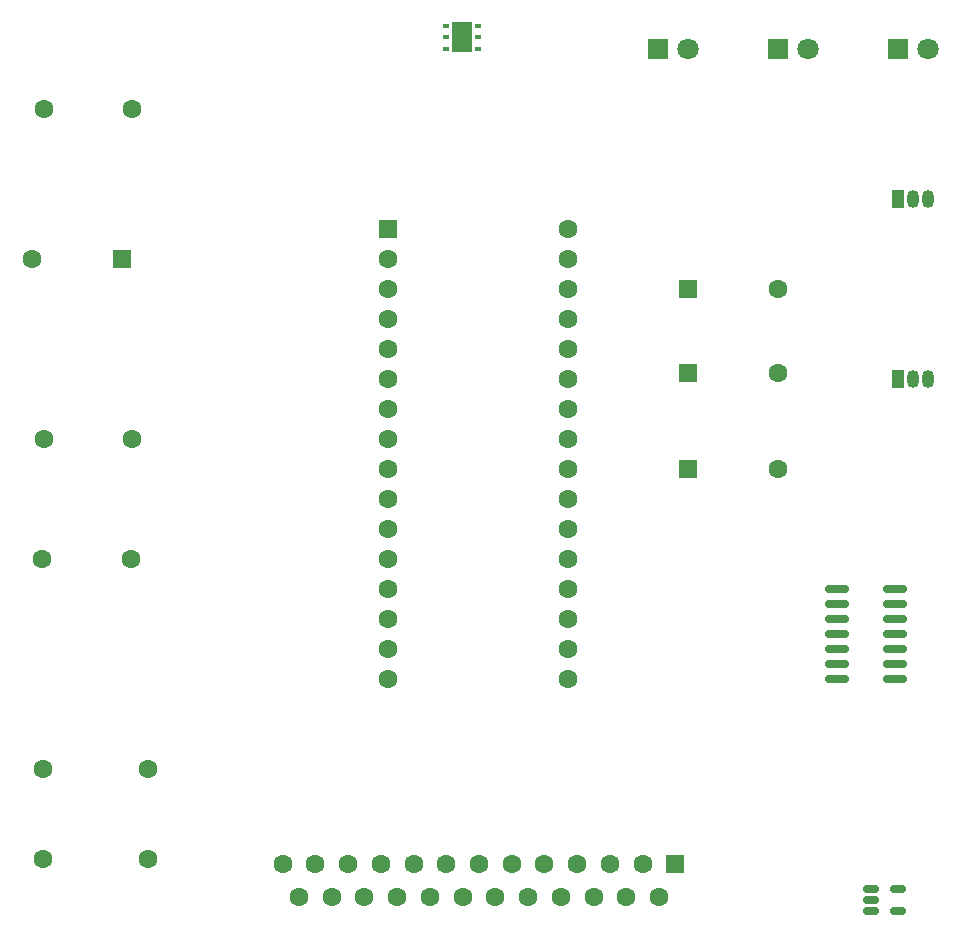
<source format=gbr>
%TF.GenerationSoftware,KiCad,Pcbnew,9.0.3-1.fc42*%
%TF.CreationDate,2025-08-02T14:35:42+08:00*%
%TF.ProjectId,art-coffee-coaster,6172742d-636f-4666-9665-652d636f6173,rev?*%
%TF.SameCoordinates,Original*%
%TF.FileFunction,Soldermask,Top*%
%TF.FilePolarity,Negative*%
%FSLAX46Y46*%
G04 Gerber Fmt 4.6, Leading zero omitted, Abs format (unit mm)*
G04 Created by KiCad (PCBNEW 9.0.3-1.fc42) date 2025-08-02 14:35:42*
%MOMM*%
%LPD*%
G01*
G04 APERTURE LIST*
G04 Aperture macros list*
%AMRoundRect*
0 Rectangle with rounded corners*
0 $1 Rounding radius*
0 $2 $3 $4 $5 $6 $7 $8 $9 X,Y pos of 4 corners*
0 Add a 4 corners polygon primitive as box body*
4,1,4,$2,$3,$4,$5,$6,$7,$8,$9,$2,$3,0*
0 Add four circle primitives for the rounded corners*
1,1,$1+$1,$2,$3*
1,1,$1+$1,$4,$5*
1,1,$1+$1,$6,$7*
1,1,$1+$1,$8,$9*
0 Add four rect primitives between the rounded corners*
20,1,$1+$1,$2,$3,$4,$5,0*
20,1,$1+$1,$4,$5,$6,$7,0*
20,1,$1+$1,$6,$7,$8,$9,0*
20,1,$1+$1,$8,$9,$2,$3,0*%
G04 Aperture macros list end*
%ADD10RoundRect,0.250000X-0.550000X-0.550000X0.550000X-0.550000X0.550000X0.550000X-0.550000X0.550000X0*%
%ADD11C,1.600000*%
%ADD12R,1.800000X1.800000*%
%ADD13C,1.800000*%
%ADD14R,1.050000X1.500000*%
%ADD15O,1.050000X1.500000*%
%ADD16R,1.600000X1.600000*%
%ADD17RoundRect,0.250000X0.550000X0.550000X-0.550000X0.550000X-0.550000X-0.550000X0.550000X-0.550000X0*%
%ADD18R,0.630000X0.450000*%
%ADD19R,1.700000X2.600000*%
%ADD20RoundRect,0.150000X-0.512500X-0.150000X0.512500X-0.150000X0.512500X0.150000X-0.512500X0.150000X0*%
%ADD21RoundRect,0.150000X0.825000X0.150000X-0.825000X0.150000X-0.825000X-0.150000X0.825000X-0.150000X0*%
G04 APERTURE END LIST*
D10*
X124460000Y-73660000D03*
D11*
X124460000Y-76200000D03*
X124460000Y-78740000D03*
X124460000Y-81280000D03*
X124460000Y-83820000D03*
X124460000Y-86360000D03*
X124460000Y-88900000D03*
X124460000Y-91440000D03*
X124460000Y-93980000D03*
X124460000Y-96520000D03*
X124460000Y-99060000D03*
X124460000Y-101600000D03*
X124460000Y-104140000D03*
X124460000Y-106680000D03*
X124460000Y-109220000D03*
X124460000Y-111760000D03*
X139700000Y-111760000D03*
X139700000Y-109220000D03*
X139700000Y-106680000D03*
X139700000Y-104140000D03*
X139700000Y-101600000D03*
X139700000Y-99060000D03*
X139700000Y-96520000D03*
X139700000Y-93980000D03*
X139700000Y-91440000D03*
X139700000Y-88900000D03*
X139700000Y-86360000D03*
X139700000Y-83820000D03*
X139700000Y-81280000D03*
X139700000Y-78740000D03*
X139700000Y-76200000D03*
X139700000Y-73660000D03*
D10*
X149860000Y-93980000D03*
D11*
X157480000Y-93980000D03*
X95310000Y-91440000D03*
X102810000Y-91440000D03*
D12*
X147320000Y-58420000D03*
D13*
X149860000Y-58420000D03*
D14*
X167640000Y-86360000D03*
D15*
X168910000Y-86360000D03*
X170180000Y-86360000D03*
D14*
X167640000Y-71120000D03*
D15*
X168910000Y-71120000D03*
X170180000Y-71120000D03*
D11*
X95250000Y-127000000D03*
X95250000Y-119380000D03*
D12*
X167640000Y-58420000D03*
D13*
X170180000Y-58420000D03*
D10*
X149860000Y-85859000D03*
D11*
X157480000Y-85859000D03*
X95310000Y-63500000D03*
X102810000Y-63500000D03*
X95190700Y-101600000D03*
X102690700Y-101600000D03*
D10*
X149860000Y-78740000D03*
D11*
X157480000Y-78740000D03*
D16*
X148786700Y-127416800D03*
D11*
X146016700Y-127416800D03*
X143246700Y-127416800D03*
X140476700Y-127416800D03*
X137706700Y-127416800D03*
X134936700Y-127416800D03*
X132166700Y-127416800D03*
X129396700Y-127416800D03*
X126626700Y-127416800D03*
X123856700Y-127416800D03*
X121086700Y-127416800D03*
X118316700Y-127416800D03*
X115546700Y-127416800D03*
X147401700Y-130256800D03*
X144631700Y-130256800D03*
X141861700Y-130256800D03*
X139091700Y-130256800D03*
X136321700Y-130256800D03*
X133551700Y-130256800D03*
X130781700Y-130256800D03*
X128011700Y-130256800D03*
X125241700Y-130256800D03*
X122471700Y-130256800D03*
X119701700Y-130256800D03*
X116931700Y-130256800D03*
X104140000Y-127000000D03*
X104140000Y-119380000D03*
D12*
X157480000Y-58420000D03*
D13*
X160020000Y-58420000D03*
D17*
X101970000Y-76200000D03*
D11*
X94350000Y-76200000D03*
D18*
X129400000Y-56520000D03*
X129400000Y-57470000D03*
X129400000Y-58420000D03*
X132080000Y-58420000D03*
X132080000Y-57470000D03*
X132080000Y-56520000D03*
D19*
X130740000Y-57470000D03*
D20*
X165365000Y-129540000D03*
X165365000Y-130490000D03*
X165365000Y-131440000D03*
X167640000Y-131440000D03*
X167640000Y-129540000D03*
D21*
X167386200Y-111760000D03*
X167386200Y-110490000D03*
X167386200Y-109220000D03*
X167386200Y-107950000D03*
X167386200Y-106680000D03*
X167386200Y-105410000D03*
X167386200Y-104140000D03*
X162436200Y-104140000D03*
X162436200Y-105410000D03*
X162436200Y-106680000D03*
X162436200Y-107950000D03*
X162436200Y-109220000D03*
X162436200Y-110490000D03*
X162436200Y-111760000D03*
M02*

</source>
